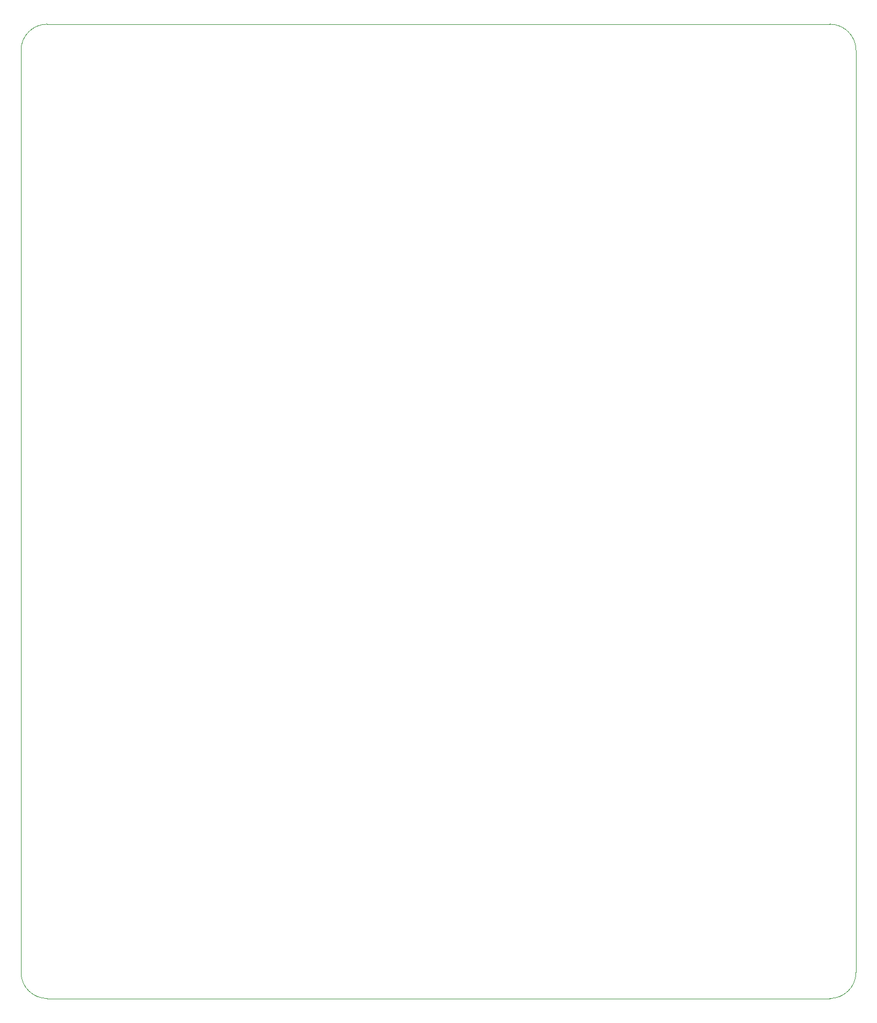
<source format=gm1>
G04 #@! TF.GenerationSoftware,KiCad,Pcbnew,8.0.1-8.0.1-0~ubuntu20.04.1*
G04 #@! TF.CreationDate,2024-06-12T16:02:42+01:00*
G04 #@! TF.ProjectId,sensd,73656e73-642e-46b6-9963-61645f706362,rev?*
G04 #@! TF.SameCoordinates,Original*
G04 #@! TF.FileFunction,Profile,NP*
%FSLAX46Y46*%
G04 Gerber Fmt 4.6, Leading zero omitted, Abs format (unit mm)*
G04 Created by KiCad (PCBNEW 8.0.1-8.0.1-0~ubuntu20.04.1) date 2024-06-12 16:02:42*
%MOMM*%
%LPD*%
G01*
G04 APERTURE LIST*
G04 #@! TA.AperFunction,Profile*
%ADD10C,0.050000*%
G04 #@! TD*
G04 APERTURE END LIST*
D10*
X153000000Y-44000000D02*
G75*
G02*
X157000000Y-48000000I0J-4000000D01*
G01*
X157000000Y-189500000D02*
G75*
G02*
X153000000Y-193500000I-4000000J0D01*
G01*
X29000000Y-48000000D02*
X29000000Y-189500000D01*
X157000000Y-189500000D02*
X157000000Y-48000000D01*
X33000000Y-193500000D02*
X153000000Y-193500000D01*
X33000000Y-193500000D02*
G75*
G02*
X29000000Y-189500000I0J4000000D01*
G01*
X29000000Y-48000000D02*
G75*
G02*
X33000000Y-44000000I4000000J0D01*
G01*
X153000000Y-44000000D02*
X33000000Y-44000000D01*
M02*

</source>
